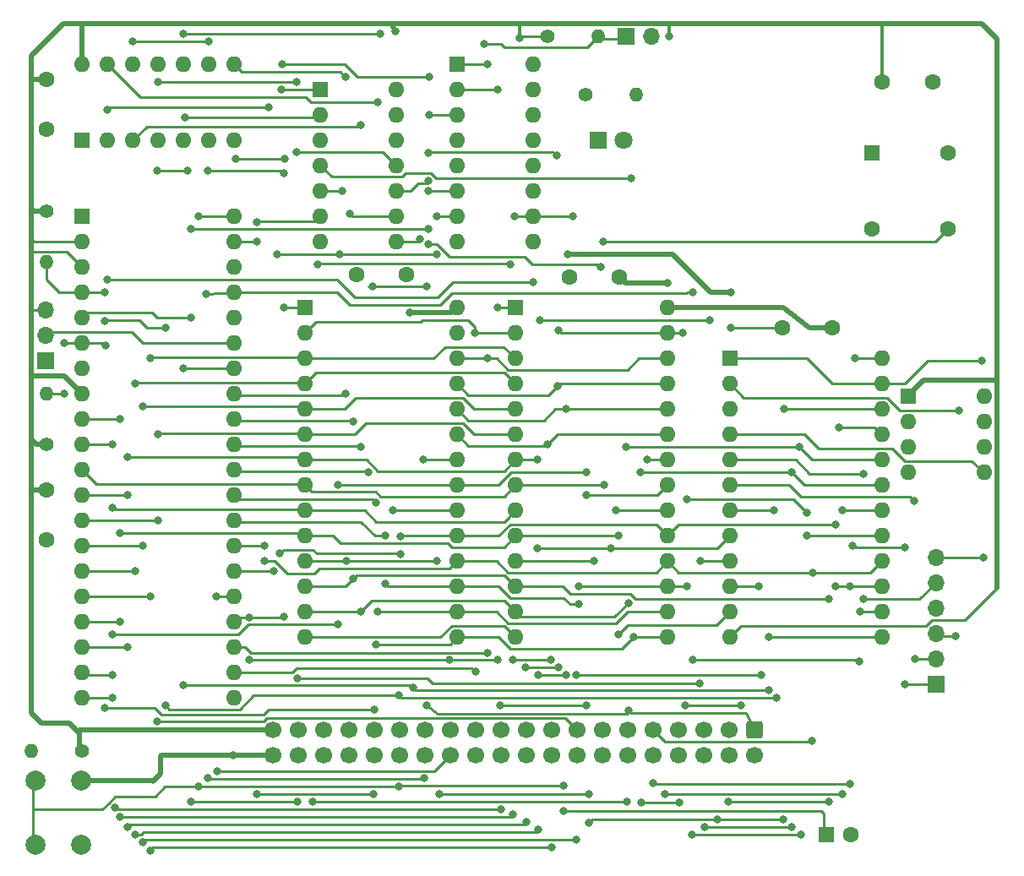
<source format=gbl>
%TF.GenerationSoftware,KiCad,Pcbnew,7.0.2-0*%
%TF.CreationDate,2023-05-22T09:33:56+09:00*%
%TF.ProjectId,SBC6808_Rev5,53424336-3830-4385-9f52-6576352e6b69,Rev5*%
%TF.SameCoordinates,PX3e22018PY9119050*%
%TF.FileFunction,Copper,L2,Bot*%
%TF.FilePolarity,Positive*%
%FSLAX46Y46*%
G04 Gerber Fmt 4.6, Leading zero omitted, Abs format (unit mm)*
G04 Created by KiCad (PCBNEW 7.0.2-0) date 2023-05-22 09:33:56*
%MOMM*%
%LPD*%
G01*
G04 APERTURE LIST*
G04 Aperture macros list*
%AMRoundRect*
0 Rectangle with rounded corners*
0 $1 Rounding radius*
0 $2 $3 $4 $5 $6 $7 $8 $9 X,Y pos of 4 corners*
0 Add a 4 corners polygon primitive as box body*
4,1,4,$2,$3,$4,$5,$6,$7,$8,$9,$2,$3,0*
0 Add four circle primitives for the rounded corners*
1,1,$1+$1,$2,$3*
1,1,$1+$1,$4,$5*
1,1,$1+$1,$6,$7*
1,1,$1+$1,$8,$9*
0 Add four rect primitives between the rounded corners*
20,1,$1+$1,$2,$3,$4,$5,0*
20,1,$1+$1,$4,$5,$6,$7,0*
20,1,$1+$1,$6,$7,$8,$9,0*
20,1,$1+$1,$8,$9,$2,$3,0*%
G04 Aperture macros list end*
%TA.AperFunction,ComponentPad*%
%ADD10C,1.400000*%
%TD*%
%TA.AperFunction,ComponentPad*%
%ADD11O,1.400000X1.400000*%
%TD*%
%TA.AperFunction,ComponentPad*%
%ADD12R,1.800000X1.800000*%
%TD*%
%TA.AperFunction,ComponentPad*%
%ADD13C,1.800000*%
%TD*%
%TA.AperFunction,ComponentPad*%
%ADD14RoundRect,0.250000X-0.600000X0.600000X-0.600000X-0.600000X0.600000X-0.600000X0.600000X0.600000X0*%
%TD*%
%TA.AperFunction,ComponentPad*%
%ADD15C,1.700000*%
%TD*%
%TA.AperFunction,ComponentPad*%
%ADD16R,1.600000X1.600000*%
%TD*%
%TA.AperFunction,ComponentPad*%
%ADD17O,1.600000X1.600000*%
%TD*%
%TA.AperFunction,ComponentPad*%
%ADD18C,1.600000*%
%TD*%
%TA.AperFunction,ComponentPad*%
%ADD19C,2.000000*%
%TD*%
%TA.AperFunction,ComponentPad*%
%ADD20R,1.700000X1.700000*%
%TD*%
%TA.AperFunction,ComponentPad*%
%ADD21O,1.700000X1.700000*%
%TD*%
%TA.AperFunction,ViaPad*%
%ADD22C,0.800000*%
%TD*%
%TA.AperFunction,Conductor*%
%ADD23C,0.250000*%
%TD*%
%TA.AperFunction,Conductor*%
%ADD24C,0.500000*%
%TD*%
%TA.AperFunction,Conductor*%
%ADD25C,0.380000*%
%TD*%
G04 APERTURE END LIST*
D10*
%TO.P,R5,1*%
%TO.N,/~{A000}*%
X66197000Y84328000D03*
D11*
%TO.P,R5,2*%
%TO.N,Net-(D1-A)*%
X71277000Y84328000D03*
%TD*%
D12*
%TO.P,D1,1,K*%
%TO.N,GND*%
X67467000Y79756000D03*
D13*
%TO.P,D1,2,A*%
%TO.N,Net-(D1-A)*%
X70007000Y79756000D03*
%TD*%
D10*
%TO.P,R2,1*%
%TO.N,VCC*%
X12192000Y72644000D03*
D11*
%TO.P,R2,2*%
%TO.N,/~{IRQ}*%
X12192000Y67564000D03*
%TD*%
D14*
%TO.P,J1,1,Pin_1*%
%TO.N,/~{RD}*%
X83121500Y20701000D03*
D15*
%TO.P,J1,2,Pin_2*%
%TO.N,/~{WR}*%
X83121500Y18161000D03*
%TO.P,J1,3,Pin_3*%
%TO.N,/CD0*%
X80581500Y20701000D03*
%TO.P,J1,4,Pin_4*%
%TO.N,/CD1*%
X80581500Y18161000D03*
%TO.P,J1,5,Pin_5*%
%TO.N,/CD2*%
X78041500Y20701000D03*
%TO.P,J1,6,Pin_6*%
%TO.N,/CD3*%
X78041500Y18161000D03*
%TO.P,J1,7,Pin_7*%
%TO.N,/CD4*%
X75501500Y20701000D03*
%TO.P,J1,8,Pin_8*%
%TO.N,/CD5*%
X75501500Y18161000D03*
%TO.P,J1,9,Pin_9*%
%TO.N,/CD6*%
X72961500Y20701000D03*
%TO.P,J1,10,Pin_10*%
%TO.N,/CD7*%
X72961500Y18161000D03*
%TO.P,J1,11,Pin_11*%
%TO.N,/A0*%
X70421500Y20701000D03*
%TO.P,J1,12,Pin_12*%
%TO.N,/A1*%
X70421500Y18161000D03*
%TO.P,J1,13,Pin_13*%
%TO.N,/A2*%
X67881500Y20701000D03*
%TO.P,J1,14,Pin_14*%
%TO.N,/A3*%
X67881500Y18161000D03*
%TO.P,J1,15,Pin_15*%
%TO.N,/A4*%
X65341500Y20701000D03*
%TO.P,J1,16,Pin_16*%
%TO.N,/A5*%
X65341500Y18161000D03*
%TO.P,J1,17,Pin_17*%
%TO.N,/A6*%
X62801500Y20701000D03*
%TO.P,J1,18,Pin_18*%
%TO.N,/A7*%
X62801500Y18161000D03*
%TO.P,J1,19,Pin_19*%
%TO.N,/A8*%
X60261500Y20701000D03*
%TO.P,J1,20,Pin_20*%
%TO.N,/A9*%
X60261500Y18161000D03*
%TO.P,J1,21,Pin_21*%
%TO.N,/A10*%
X57721500Y20701000D03*
%TO.P,J1,22,Pin_22*%
%TO.N,/A11*%
X57721500Y18161000D03*
%TO.P,J1,23,Pin_23*%
%TO.N,/A12*%
X55181500Y20701000D03*
%TO.P,J1,24,Pin_24*%
%TO.N,/A13*%
X55181500Y18161000D03*
%TO.P,J1,25,Pin_25*%
%TO.N,/A14*%
X52641500Y20701000D03*
%TO.P,J1,26,Pin_26*%
%TO.N,/A15*%
X52641500Y18161000D03*
%TO.P,J1,27,Pin_27*%
%TO.N,/R~{W}*%
X50101500Y20701000D03*
%TO.P,J1,28,Pin_28*%
%TO.N,/E*%
X50101500Y18161000D03*
%TO.P,J1,29,Pin_29*%
%TO.N,/~{IRQ}*%
X47561500Y20701000D03*
%TO.P,J1,30,Pin_30*%
%TO.N,/~{RES}*%
X47561500Y18161000D03*
%TO.P,J1,31,Pin_31*%
%TO.N,/~{NMI}*%
X45021500Y20701000D03*
%TO.P,J1,32,Pin_32*%
%TO.N,/MCLK*%
X45021500Y18161000D03*
%TO.P,J1,33,Pin_33*%
%TO.N,/~{E000}*%
X42481500Y20701000D03*
%TO.P,J1,34,Pin_34*%
%TO.N,unconnected-(J1-Pin_34-Pad34)*%
X42481500Y18161000D03*
%TO.P,J1,35,Pin_35*%
%TO.N,/~{A000}*%
X39941500Y20701000D03*
%TO.P,J1,36,Pin_36*%
%TO.N,unconnected-(J1-Pin_36-Pad36)*%
X39941500Y18161000D03*
%TO.P,J1,37,Pin_37*%
%TO.N,/~{8000}*%
X37401500Y20701000D03*
%TO.P,J1,38,Pin_38*%
%TO.N,/VMA*%
X37401500Y18161000D03*
%TO.P,J1,39,Pin_39*%
%TO.N,VCC*%
X34861500Y20701000D03*
%TO.P,J1,40,Pin_40*%
%TO.N,GND*%
X34861500Y18161000D03*
%TD*%
D10*
%TO.P,R3,1*%
%TO.N,VCC*%
X15748000Y18542000D03*
D11*
%TO.P,R3,2*%
%TO.N,/~{RES}*%
X10668000Y18542000D03*
%TD*%
D16*
%TO.P,U2,1*%
%TO.N,/~{C000}*%
X15748000Y79756000D03*
D17*
%TO.P,U2,2*%
%TO.N,/~{E000}*%
X18288000Y79756000D03*
%TO.P,U2,3*%
%TO.N,Net-(U7-~{CE})*%
X20828000Y79756000D03*
%TO.P,U2,4*%
%TO.N,/VMA*%
X23368000Y79756000D03*
%TO.P,U2,5*%
%TO.N,Net-(U1-Pad2)*%
X25908000Y79756000D03*
%TO.P,U2,6*%
%TO.N,Net-(U1-Pad3)*%
X28448000Y79756000D03*
%TO.P,U2,7,GND*%
%TO.N,GND*%
X30988000Y79756000D03*
%TO.P,U2,8*%
%TO.N,Net-(U1-Pad9)*%
X30988000Y87376000D03*
%TO.P,U2,9*%
%TO.N,/E*%
X28448000Y87376000D03*
%TO.P,U2,10*%
%TO.N,/R~{W}*%
X25908000Y87376000D03*
%TO.P,U2,11*%
%TO.N,Net-(U1-Pad11)*%
X23368000Y87376000D03*
%TO.P,U2,12*%
%TO.N,/E*%
X20828000Y87376000D03*
%TO.P,U2,13*%
%TO.N,Net-(U1-Pad12)*%
X18288000Y87376000D03*
%TO.P,U2,14,VCC*%
%TO.N,VCC*%
X15748000Y87376000D03*
%TD*%
D16*
%TO.P,U5,1,A0*%
%TO.N,/A13*%
X53340000Y87376000D03*
D17*
%TO.P,U5,2,A1*%
%TO.N,/A14*%
X53340000Y84836000D03*
%TO.P,U5,3,A2*%
%TO.N,/A15*%
X53340000Y82296000D03*
%TO.P,U5,4,E1*%
%TO.N,GND*%
X53340000Y79756000D03*
%TO.P,U5,5,E2*%
X53340000Y77216000D03*
%TO.P,U5,6,E3*%
%TO.N,/VMA*%
X53340000Y74676000D03*
%TO.P,U5,7,O7*%
%TO.N,/~{E000}*%
X53340000Y72136000D03*
%TO.P,U5,8,GND*%
%TO.N,GND*%
X53340000Y69596000D03*
%TO.P,U5,9,O6*%
%TO.N,/~{C000}*%
X60960000Y69596000D03*
%TO.P,U5,10,O5*%
%TO.N,/~{A000}*%
X60960000Y72136000D03*
%TO.P,U5,11,O4*%
%TO.N,/~{8000}*%
X60960000Y74676000D03*
%TO.P,U5,12,O3*%
%TO.N,unconnected-(U5-O3-Pad12)*%
X60960000Y77216000D03*
%TO.P,U5,13,O2*%
%TO.N,unconnected-(U5-O2-Pad13)*%
X60960000Y79756000D03*
%TO.P,U5,14,O1*%
%TO.N,unconnected-(U5-O1-Pad14)*%
X60960000Y82296000D03*
%TO.P,U5,15,O0*%
%TO.N,unconnected-(U5-O0-Pad15)*%
X60960000Y84836000D03*
%TO.P,U5,16,VCC*%
%TO.N,VCC*%
X60960000Y87376000D03*
%TD*%
D16*
%TO.P,U4,1,VSS*%
%TO.N,GND*%
X15748000Y72136000D03*
D17*
%TO.P,U4,2,~{HALT}*%
%TO.N,VCC*%
X15748000Y69596000D03*
%TO.P,U4,3,MR*%
X15748000Y67056000D03*
%TO.P,U4,4,~{IRQ}*%
%TO.N,/~{IRQ}*%
X15748000Y64516000D03*
%TO.P,U4,5,VMA*%
%TO.N,/VMA*%
X15748000Y61976000D03*
%TO.P,U4,6,~{NMI}*%
%TO.N,/~{NMI}*%
X15748000Y59436000D03*
%TO.P,U4,7,BA*%
%TO.N,unconnected-(U4-BA-Pad7)*%
X15748000Y56896000D03*
%TO.P,U4,8,VCC*%
%TO.N,VCC*%
X15748000Y54356000D03*
%TO.P,U4,9,A0*%
%TO.N,/A0*%
X15748000Y51816000D03*
%TO.P,U4,10,A1*%
%TO.N,/A1*%
X15748000Y49276000D03*
%TO.P,U4,11,A2*%
%TO.N,/A2*%
X15748000Y46736000D03*
%TO.P,U4,12,A3*%
%TO.N,/A3*%
X15748000Y44196000D03*
%TO.P,U4,13,A4*%
%TO.N,/A4*%
X15748000Y41656000D03*
%TO.P,U4,14,A5*%
%TO.N,/A5*%
X15748000Y39116000D03*
%TO.P,U4,15,A6*%
%TO.N,/A6*%
X15748000Y36576000D03*
%TO.P,U4,16,A7*%
%TO.N,/A7*%
X15748000Y34036000D03*
%TO.P,U4,17,A8*%
%TO.N,/A8*%
X15748000Y31496000D03*
%TO.P,U4,18,A9*%
%TO.N,/A9*%
X15748000Y28956000D03*
%TO.P,U4,19,A10*%
%TO.N,/A10*%
X15748000Y26416000D03*
%TO.P,U4,20,A11*%
%TO.N,/A11*%
X15748000Y23876000D03*
%TO.P,U4,21,VSS*%
%TO.N,GND*%
X30988000Y23876000D03*
%TO.P,U4,22,A12*%
%TO.N,/A12*%
X30988000Y26416000D03*
%TO.P,U4,23,A13*%
%TO.N,/A13*%
X30988000Y28956000D03*
%TO.P,U4,24,A14*%
%TO.N,/A14*%
X30988000Y31496000D03*
%TO.P,U4,25,A15*%
%TO.N,/A15*%
X30988000Y34036000D03*
%TO.P,U4,26,D7*%
%TO.N,/CD7*%
X30988000Y36576000D03*
%TO.P,U4,27,D6*%
%TO.N,/CD6*%
X30988000Y39116000D03*
%TO.P,U4,28,D5*%
%TO.N,/CD5*%
X30988000Y41656000D03*
%TO.P,U4,29,D4*%
%TO.N,/CD4*%
X30988000Y44196000D03*
%TO.P,U4,30,D3*%
%TO.N,/CD3*%
X30988000Y46736000D03*
%TO.P,U4,31,D2*%
%TO.N,/CD2*%
X30988000Y49276000D03*
%TO.P,U4,32,D1*%
%TO.N,/CD1*%
X30988000Y51816000D03*
%TO.P,U4,33,D0*%
%TO.N,/CD0*%
X30988000Y54356000D03*
%TO.P,U4,34,R/~{W}*%
%TO.N,/R~{W}*%
X30988000Y56896000D03*
%TO.P,U4,35,N.C.*%
%TO.N,Net-(JP1-C)*%
X30988000Y59436000D03*
%TO.P,U4,36,RE*%
%TO.N,GND*%
X30988000Y61976000D03*
%TO.P,U4,37,E*%
%TO.N,/E*%
X30988000Y64516000D03*
%TO.P,U4,38,XTAL*%
%TO.N,GND*%
X30988000Y67056000D03*
%TO.P,U4,39,EXTAL*%
%TO.N,/MCLK*%
X30988000Y69596000D03*
%TO.P,U4,40,~{RESET}*%
%TO.N,/~{RES}*%
X30988000Y72136000D03*
%TD*%
D16*
%TO.P,U7,1,A14*%
%TO.N,/A14*%
X38100000Y62992000D03*
D17*
%TO.P,U7,2,A12*%
%TO.N,/A12*%
X38100000Y60452000D03*
%TO.P,U7,3,A7*%
%TO.N,/A7*%
X38100000Y57912000D03*
%TO.P,U7,4,A6*%
%TO.N,/A6*%
X38100000Y55372000D03*
%TO.P,U7,5,A5*%
%TO.N,/A5*%
X38100000Y52832000D03*
%TO.P,U7,6,A4*%
%TO.N,/A4*%
X38100000Y50292000D03*
%TO.P,U7,7,A3*%
%TO.N,/A3*%
X38100000Y47752000D03*
%TO.P,U7,8,A2*%
%TO.N,/A2*%
X38100000Y45212000D03*
%TO.P,U7,9,A1*%
%TO.N,/A1*%
X38100000Y42672000D03*
%TO.P,U7,10,A0*%
%TO.N,/A0*%
X38100000Y40132000D03*
%TO.P,U7,11,D0*%
%TO.N,/CD0*%
X38100000Y37592000D03*
%TO.P,U7,12,D1*%
%TO.N,/CD1*%
X38100000Y35052000D03*
%TO.P,U7,13,D2*%
%TO.N,/CD2*%
X38100000Y32512000D03*
%TO.P,U7,14,GND*%
%TO.N,GND*%
X38100000Y29972000D03*
%TO.P,U7,15,D3*%
%TO.N,/CD3*%
X53340000Y29972000D03*
%TO.P,U7,16,D4*%
%TO.N,/CD4*%
X53340000Y32512000D03*
%TO.P,U7,17,D5*%
%TO.N,/CD5*%
X53340000Y35052000D03*
%TO.P,U7,18,D6*%
%TO.N,/CD6*%
X53340000Y37592000D03*
%TO.P,U7,19,D7*%
%TO.N,/CD7*%
X53340000Y40132000D03*
%TO.P,U7,20,~{CE}*%
%TO.N,Net-(U7-~{CE})*%
X53340000Y42672000D03*
%TO.P,U7,21,A10*%
%TO.N,/A10*%
X53340000Y45212000D03*
%TO.P,U7,22,~{OE}*%
%TO.N,/~{RD}*%
X53340000Y47752000D03*
%TO.P,U7,23,A11*%
%TO.N,/A11*%
X53340000Y50292000D03*
%TO.P,U7,24,A9*%
%TO.N,/A9*%
X53340000Y52832000D03*
%TO.P,U7,25,A8*%
%TO.N,/A8*%
X53340000Y55372000D03*
%TO.P,U7,26,A13*%
%TO.N,/A13*%
X53340000Y57912000D03*
%TO.P,U7,27,VPP*%
%TO.N,Net-(J3-Pin_1)*%
X53340000Y60452000D03*
%TO.P,U7,28,VCC*%
%TO.N,VCC*%
X53340000Y62992000D03*
%TD*%
D16*
%TO.P,U8,1,A14*%
%TO.N,/A14*%
X59182000Y62992000D03*
D17*
%TO.P,U8,2,A12*%
%TO.N,/A12*%
X59182000Y60452000D03*
%TO.P,U8,3,A7*%
%TO.N,/A7*%
X59182000Y57912000D03*
%TO.P,U8,4,A6*%
%TO.N,/A6*%
X59182000Y55372000D03*
%TO.P,U8,5,A5*%
%TO.N,/A5*%
X59182000Y52832000D03*
%TO.P,U8,6,A4*%
%TO.N,/A4*%
X59182000Y50292000D03*
%TO.P,U8,7,A3*%
%TO.N,/A3*%
X59182000Y47752000D03*
%TO.P,U8,8,A2*%
%TO.N,/A2*%
X59182000Y45212000D03*
%TO.P,U8,9,A1*%
%TO.N,/A1*%
X59182000Y42672000D03*
%TO.P,U8,10,A0*%
%TO.N,/A0*%
X59182000Y40132000D03*
%TO.P,U8,11,Q0*%
%TO.N,/CD0*%
X59182000Y37592000D03*
%TO.P,U8,12,Q1*%
%TO.N,/CD1*%
X59182000Y35052000D03*
%TO.P,U8,13,Q2*%
%TO.N,/CD2*%
X59182000Y32512000D03*
%TO.P,U8,14,GND*%
%TO.N,GND*%
X59182000Y29972000D03*
%TO.P,U8,15,Q3*%
%TO.N,/CD3*%
X74422000Y29972000D03*
%TO.P,U8,16,Q4*%
%TO.N,/CD4*%
X74422000Y32512000D03*
%TO.P,U8,17,Q5*%
%TO.N,/CD5*%
X74422000Y35052000D03*
%TO.P,U8,18,Q6*%
%TO.N,/CD6*%
X74422000Y37592000D03*
%TO.P,U8,19,Q7*%
%TO.N,/CD7*%
X74422000Y40132000D03*
%TO.P,U8,20,~{CS}*%
%TO.N,Net-(U8-~{CS})*%
X74422000Y42672000D03*
%TO.P,U8,21,A10*%
%TO.N,/A10*%
X74422000Y45212000D03*
%TO.P,U8,22,~{OE}*%
%TO.N,/~{RD}*%
X74422000Y47752000D03*
%TO.P,U8,23,A11*%
%TO.N,/A11*%
X74422000Y50292000D03*
%TO.P,U8,24,A9*%
%TO.N,/A9*%
X74422000Y52832000D03*
%TO.P,U8,25,A8*%
%TO.N,/A8*%
X74422000Y55372000D03*
%TO.P,U8,26,A13*%
%TO.N,/A13*%
X74422000Y57912000D03*
%TO.P,U8,27,~{WE}*%
%TO.N,/~{WR}*%
X74422000Y60452000D03*
%TO.P,U8,28,VCC*%
%TO.N,VCC*%
X74422000Y62992000D03*
%TD*%
D16*
%TO.P,U6,1,VSS*%
%TO.N,GND*%
X80645000Y57912000D03*
D17*
%TO.P,U6,2,Rx_Data*%
%TO.N,/RXD*%
X80645000Y55372000D03*
%TO.P,U6,3,Rx_CLK*%
%TO.N,Net-(U3-RA2)*%
X80645000Y52832000D03*
%TO.P,U6,4,Tx_CLK*%
X80645000Y50292000D03*
%TO.P,U6,5,~{RTS}*%
%TO.N,/RTS*%
X80645000Y47752000D03*
%TO.P,U6,6,Tx_Data*%
%TO.N,/TXD*%
X80645000Y45212000D03*
%TO.P,U6,7,~{IRQ}*%
%TO.N,/~{IRQ}*%
X80645000Y42672000D03*
%TO.P,U6,8,CS0*%
%TO.N,/A3*%
X80645000Y40132000D03*
%TO.P,U6,9,~{CS2}*%
%TO.N,/~{8000}*%
X80645000Y37592000D03*
%TO.P,U6,10,CS1*%
%TO.N,/A4*%
X80645000Y35052000D03*
%TO.P,U6,11,RS*%
%TO.N,/A0*%
X80645000Y32512000D03*
%TO.P,U6,12,VCC*%
%TO.N,VCC*%
X80645000Y29972000D03*
%TO.P,U6,13,R/~{W}*%
%TO.N,/R~{W}*%
X95885000Y29972000D03*
%TO.P,U6,14,E*%
%TO.N,/E*%
X95885000Y32512000D03*
%TO.P,U6,15,D7*%
%TO.N,/CD7*%
X95885000Y35052000D03*
%TO.P,U6,16,D6*%
%TO.N,/CD6*%
X95885000Y37592000D03*
%TO.P,U6,17,D5*%
%TO.N,/CD5*%
X95885000Y40132000D03*
%TO.P,U6,18,D4*%
%TO.N,/CD4*%
X95885000Y42672000D03*
%TO.P,U6,19,D3*%
%TO.N,/CD3*%
X95885000Y45212000D03*
%TO.P,U6,20,D2*%
%TO.N,/CD2*%
X95885000Y47752000D03*
%TO.P,U6,21,D1*%
%TO.N,/CD1*%
X95885000Y50292000D03*
%TO.P,U6,22,D0*%
%TO.N,/CD0*%
X95885000Y52832000D03*
%TO.P,U6,23,~{DCD}*%
%TO.N,GND*%
X95885000Y55372000D03*
%TO.P,U6,24,~{CTS}*%
%TO.N,/CTS*%
X95885000Y57912000D03*
%TD*%
D10*
%TO.P,R1,1*%
%TO.N,VCC*%
X12192000Y49276000D03*
D11*
%TO.P,R1,2*%
%TO.N,/~{NMI}*%
X12192000Y54356000D03*
%TD*%
D18*
%TO.P,C2,1*%
%TO.N,VCC*%
X12192000Y85852000D03*
%TO.P,C2,2*%
%TO.N,GND*%
X12192000Y80852000D03*
%TD*%
%TO.P,C3,1*%
%TO.N,VCC*%
X90932000Y60960000D03*
%TO.P,C3,2*%
%TO.N,GND*%
X85932000Y60960000D03*
%TD*%
%TO.P,C4,1*%
%TO.N,VCC*%
X48260000Y66294000D03*
%TO.P,C4,2*%
%TO.N,GND*%
X43260000Y66294000D03*
%TD*%
%TO.P,C5,1*%
%TO.N,VCC*%
X69596000Y66040000D03*
%TO.P,C5,2*%
%TO.N,GND*%
X64596000Y66040000D03*
%TD*%
%TO.P,C7,1*%
%TO.N,VCC*%
X12192000Y44704000D03*
%TO.P,C7,2*%
%TO.N,GND*%
X12192000Y39704000D03*
%TD*%
%TO.P,C6,1*%
%TO.N,VCC*%
X95955000Y85598000D03*
%TO.P,C6,2*%
%TO.N,GND*%
X100955000Y85598000D03*
%TD*%
D19*
%TO.P,SW1,1,1*%
%TO.N,GND*%
X15621000Y15621000D03*
X15621000Y9121000D03*
%TO.P,SW1,2,2*%
%TO.N,/~{RES}*%
X11121000Y15621000D03*
X11121000Y9121000D03*
%TD*%
D16*
%TO.P,C1,1*%
%TO.N,/~{RES}*%
X90297000Y10160000D03*
D18*
%TO.P,C1,2*%
%TO.N,GND*%
X92797000Y10160000D03*
%TD*%
D16*
%TO.P,X1,1,EN*%
%TO.N,unconnected-(X1-EN-Pad1)*%
X94899000Y78486000D03*
D18*
%TO.P,X1,4,GND*%
%TO.N,GND*%
X94899000Y70866000D03*
%TO.P,X1,5,OUT*%
%TO.N,Net-(X1-OUT)*%
X102519000Y70866000D03*
%TO.P,X1,8,Vcc*%
%TO.N,VCC*%
X102519000Y78486000D03*
%TD*%
D20*
%TO.P,JP1,1,A*%
%TO.N,GND*%
X12065000Y57658000D03*
D21*
%TO.P,JP1,2,C*%
%TO.N,Net-(JP1-C)*%
X12065000Y60198000D03*
%TO.P,JP1,3,B*%
%TO.N,VCC*%
X12065000Y62738000D03*
%TD*%
D16*
%TO.P,U3,1,VDD*%
%TO.N,VCC*%
X98552000Y54102000D03*
D17*
%TO.P,U3,2,RA5*%
%TO.N,unconnected-(U3-RA5-Pad2)*%
X98552000Y51562000D03*
%TO.P,U3,3,RA4*%
%TO.N,unconnected-(U3-RA4-Pad3)*%
X98552000Y49022000D03*
%TO.P,U3,4,RA3*%
%TO.N,unconnected-(U3-RA3-Pad4)*%
X98552000Y46482000D03*
%TO.P,U3,5,RA2*%
%TO.N,Net-(U3-RA2)*%
X106172000Y46482000D03*
%TO.P,U3,6,RA1*%
%TO.N,unconnected-(U3-RA1-Pad6)*%
X106172000Y49022000D03*
%TO.P,U3,7,RA0*%
%TO.N,unconnected-(U3-RA0-Pad7)*%
X106172000Y51562000D03*
%TO.P,U3,8,VSS*%
%TO.N,GND*%
X106172000Y54102000D03*
%TD*%
D20*
%TO.P,J3,1,Pin_1*%
%TO.N,Net-(J3-Pin_1)*%
X70256000Y90170000D03*
D21*
%TO.P,J3,2,Pin_2*%
%TO.N,/~{WR}*%
X72796000Y90170000D03*
%TD*%
D16*
%TO.P,U1,1*%
%TO.N,/A15*%
X39634000Y84841000D03*
D17*
%TO.P,U1,2*%
%TO.N,Net-(U1-Pad2)*%
X39634000Y82301000D03*
%TO.P,U1,3*%
%TO.N,Net-(U1-Pad3)*%
X39634000Y79761000D03*
%TO.P,U1,4*%
%TO.N,Net-(U8-~{CS})*%
X39634000Y77221000D03*
%TO.P,U1,5*%
%TO.N,Net-(X1-OUT)*%
X39634000Y74681000D03*
%TO.P,U1,6*%
%TO.N,/MCLK*%
X39634000Y72141000D03*
%TO.P,U1,7,GND*%
%TO.N,GND*%
X39634000Y69601000D03*
%TO.P,U1,8*%
%TO.N,/~{RD}*%
X47254000Y69601000D03*
%TO.P,U1,9*%
%TO.N,Net-(U1-Pad9)*%
X47254000Y72141000D03*
%TO.P,U1,10*%
%TO.N,/~{WR}*%
X47254000Y74681000D03*
%TO.P,U1,11*%
%TO.N,Net-(U1-Pad11)*%
X47254000Y77221000D03*
%TO.P,U1,12*%
%TO.N,Net-(U1-Pad12)*%
X47254000Y79761000D03*
%TO.P,U1,13*%
%TO.N,/R~{W}*%
X47254000Y82301000D03*
%TO.P,U1,14,VCC*%
%TO.N,VCC*%
X47254000Y84841000D03*
%TD*%
D10*
%TO.P,R4,1*%
%TO.N,VCC*%
X62387000Y90170000D03*
D11*
%TO.P,R4,2*%
%TO.N,Net-(J3-Pin_1)*%
X67467000Y90170000D03*
%TD*%
D20*
%TO.P,J2,1,Pin_1*%
%TO.N,/CTS*%
X101295200Y25273000D03*
D21*
%TO.P,J2,2,Pin_2*%
%TO.N,/TXD*%
X101295200Y27813000D03*
%TO.P,J2,3,Pin_3*%
%TO.N,/RXD*%
X101295200Y30353000D03*
%TO.P,J2,4,Pin_4*%
%TO.N,unconnected-(J2-Pin_4-Pad4)*%
X101295200Y32893000D03*
%TO.P,J2,5,Pin_5*%
%TO.N,/RTS*%
X101295200Y35433000D03*
%TO.P,J2,6,Pin_6*%
%TO.N,GND*%
X101295200Y37973000D03*
%TD*%
D22*
%TO.N,/~{A000}*%
X64927000Y72136000D03*
%TO.N,GND*%
X106045000Y37973000D03*
X30861000Y18161000D03*
X105918000Y57658000D03*
X80772000Y60960000D03*
X80772000Y64516000D03*
X64419000Y68326000D03*
%TO.N,VCC*%
X59603947Y90025366D03*
X47147000Y90678000D03*
X48592500Y62521500D03*
X74422000Y65443990D03*
X74579000Y90170000D03*
%TO.N,/CD0*%
X42200990Y37592000D03*
X51562000Y14224000D03*
X79405000Y11684000D03*
X86009000Y11684000D03*
X66548000Y14224000D03*
X66548000Y11339990D03*
X86106000Y52832000D03*
X67056000Y37592000D03*
X42164000Y54356000D03*
X51308000Y37592000D03*
%TO.N,/CD2*%
X87787000Y10160000D03*
X87630000Y49022000D03*
X76839940Y10160000D03*
X43688000Y32512000D03*
X70261000Y49022000D03*
X43688000Y49022000D03*
X70476995Y33405137D03*
%TO.N,/CD4*%
X45212000Y43434000D03*
X91971354Y14224000D03*
X45369000Y32512000D03*
X74168000Y14224000D03*
X91948000Y42672000D03*
%TO.N,/CD6*%
X89009001Y36466999D03*
X34036000Y39116000D03*
X88900000Y19558000D03*
X33998500Y37592000D03*
%TO.N,/A0*%
X69461500Y30226000D03*
X19558000Y51816000D03*
X19558000Y40386000D03*
X69499000Y40132000D03*
%TO.N,/A2*%
X68072000Y45212000D03*
%TO.N,/A4*%
X23368000Y41656000D03*
X23368000Y50292000D03*
X83820000Y26162000D03*
X83566000Y35052000D03*
X23287665Y21551010D03*
X65278000Y26162000D03*
%TO.N,/A6*%
X21082000Y36576000D03*
X21082000Y55372000D03*
X61468000Y10668000D03*
X21082000Y10160000D03*
%TO.N,/A8*%
X58909329Y12192000D03*
X63500000Y26924000D03*
X19558000Y31496000D03*
X63419205Y55154990D03*
X19558000Y11938000D03*
X60198000Y26924000D03*
%TO.N,/A10*%
X57658000Y23114000D03*
X41402000Y45262020D03*
X41402000Y31242000D03*
X66294000Y46482000D03*
X18796000Y30226000D03*
X66294000Y23114000D03*
X66294000Y44196000D03*
X18796000Y26162000D03*
%TO.N,/A12*%
X55181500Y26479500D03*
X55118000Y60452000D03*
%TO.N,/A14*%
X52578000Y27686000D03*
X57404000Y62992000D03*
X57404000Y84836000D03*
X35971000Y32004000D03*
X57404000Y27686000D03*
X32512000Y31967010D03*
X35971000Y62992000D03*
X32512000Y27686000D03*
%TO.N,/CD1*%
X80518000Y13462000D03*
X90581000Y33782000D03*
X91607535Y51017010D03*
X42926000Y51562000D03*
X90581000Y13462000D03*
X42926000Y35814000D03*
%TO.N,/CD3*%
X86868000Y10922000D03*
X45198291Y29246990D03*
X86868000Y46482000D03*
X44450000Y46482000D03*
X71664990Y46482000D03*
X71023000Y29972000D03*
X78135000Y10963372D03*
%TO.N,/CD5*%
X46117497Y40132000D03*
X75565000Y13425010D03*
X65532000Y35052000D03*
X46131000Y35292488D03*
X88392000Y40132000D03*
X65532000Y33274000D03*
X76327000Y43815000D03*
X76327000Y35052000D03*
X71786499Y13425010D03*
X88392000Y42418000D03*
%TO.N,/CD7*%
X47655000Y40094500D03*
X91222990Y35052000D03*
X47655000Y38316500D03*
X72961500Y15303500D03*
X35560000Y38354000D03*
X34955000Y36576000D03*
X92710000Y15240000D03*
X91222990Y41213456D03*
X92710000Y35052000D03*
%TO.N,/A1*%
X18796000Y49276000D03*
X18796000Y42926000D03*
X70358000Y13462000D03*
X38862000Y13462000D03*
%TO.N,/A3*%
X61371000Y38862000D03*
X20320000Y44196000D03*
X61371000Y47752000D03*
X20320000Y48006000D03*
X68737000Y38862000D03*
%TO.N,/A5*%
X21844000Y53086000D03*
X65278000Y9652000D03*
X21844000Y9398000D03*
X21844000Y39116000D03*
%TO.N,/A7*%
X62801500Y8890000D03*
X22606000Y34036000D03*
X22606000Y57912000D03*
X22571428Y8601428D03*
%TO.N,/A9*%
X20320000Y10922000D03*
X64262000Y52832000D03*
X64262000Y26162000D03*
X61468000Y26162000D03*
X20320000Y28956000D03*
X60261500Y11430000D03*
%TO.N,/A11*%
X62387000Y49276000D03*
X57721500Y12736990D03*
X18796000Y23876000D03*
X62738000Y27686000D03*
X19031412Y12926472D03*
X58928000Y27686000D03*
%TO.N,/A13*%
X56388000Y57912000D03*
X56388000Y87376000D03*
X56388000Y28411010D03*
%TO.N,/A15*%
X50546000Y86106000D03*
X35814000Y87376000D03*
X29261387Y16546752D03*
X50546000Y82296000D03*
X35717000Y84836000D03*
X31145000Y77940500D03*
X29210000Y34036000D03*
X36031010Y77941010D03*
%TO.N,/E*%
X76962000Y27686000D03*
X76962000Y64516000D03*
X93726000Y32512000D03*
X28194000Y64389000D03*
X28321000Y15875000D03*
X20828000Y89662000D03*
X50014598Y15838010D03*
X28448000Y89662000D03*
X93599000Y27559000D03*
%TO.N,/VMA*%
X23271000Y76708000D03*
X26670000Y61976000D03*
X50449000Y74676000D03*
X26319000Y76708000D03*
X50449000Y70866000D03*
X37338000Y13462000D03*
X26670000Y13462000D03*
X26670000Y70866000D03*
%TO.N,/CTS*%
X98171000Y38989000D03*
X98171000Y25273000D03*
X93218000Y57912000D03*
X92964000Y39116000D03*
%TO.N,/TXD*%
X99118840Y43619840D03*
X99187000Y27813000D03*
%TO.N,/RXD*%
X103251000Y30099000D03*
X103650999Y52723999D03*
%TO.N,/RTS*%
X94089001Y33799999D03*
X94089001Y46337001D03*
%TO.N,Net-(U1-Pad9)*%
X42164000Y86106000D03*
X42575000Y72390000D03*
%TO.N,Net-(U1-Pad12)*%
X45369000Y83566000D03*
%TO.N,Net-(U1-Pad2)*%
X26065000Y82042000D03*
%TO.N,Net-(U1-Pad11)*%
X37241000Y78594001D03*
X23368000Y85598000D03*
X37241000Y85598000D03*
%TO.N,/~{RES}*%
X64008000Y15113000D03*
X27432000Y14986000D03*
X47498000Y14986000D03*
X64008000Y12573000D03*
X27432000Y72136000D03*
%TO.N,/~{IRQ}*%
X24130000Y60960000D03*
X85344000Y23876000D03*
X85090000Y42672000D03*
X18034000Y64516000D03*
X18034000Y61651499D03*
X24130000Y23114000D03*
X47498000Y24130000D03*
%TO.N,/~{RD}*%
X49617364Y69896424D03*
X50292000Y23114000D03*
X70515000Y22606000D03*
X49941000Y47752000D03*
X72390000Y47752000D03*
%TO.N,/R~{W}*%
X25908000Y56896000D03*
X25908000Y25146000D03*
X25908000Y90424000D03*
X84582000Y29972000D03*
X45593000Y90424000D03*
X84582000Y24638000D03*
X48925000Y24892000D03*
%TO.N,/~{NMI}*%
X13970000Y54356000D03*
X13970000Y59436000D03*
X18034000Y22860000D03*
X18132511Y59235859D03*
X45021500Y22669500D03*
%TO.N,/~{WR}*%
X81788000Y23114000D03*
X50449000Y78486000D03*
X63500000Y60706000D03*
X75946000Y60452000D03*
X76226510Y23140510D03*
X63282990Y78232000D03*
X50449000Y75692000D03*
%TO.N,/MCLK*%
X33274000Y71590500D03*
X44958000Y14224000D03*
X33274000Y14224000D03*
X33274000Y69596000D03*
%TO.N,/~{E000}*%
X51308000Y68326000D03*
X41559000Y68326000D03*
X35306000Y68326000D03*
X51308000Y72136000D03*
X34447000Y83058000D03*
X18288000Y82804000D03*
%TO.N,/~{A000}*%
X58674000Y67310000D03*
X59085000Y72136000D03*
X39370000Y67310000D03*
%TO.N,/~{8000}*%
X77724000Y37592000D03*
X61625000Y61722000D03*
X37338000Y25871010D03*
X78643000Y61722000D03*
X77643205Y25363010D03*
%TO.N,Net-(X1-OUT)*%
X44861000Y65169000D03*
X41813000Y74676000D03*
X67721000Y67056000D03*
X67975000Y69596000D03*
X50317701Y65155299D03*
X50449000Y69342000D03*
%TO.N,/~{C000}*%
X60960000Y65532000D03*
X18288000Y65786000D03*
%TO.N,Net-(U1-Pad3)*%
X28351000Y76708000D03*
X35971000Y76454000D03*
%TO.N,Net-(U8-~{CS})*%
X70769000Y75946000D03*
X69245000Y42672000D03*
%TO.N,Net-(U7-~{CE})*%
X46893000Y42672000D03*
X43688000Y81280000D03*
%TO.N,Net-(J3-Pin_1)*%
X56037000Y89408000D03*
%TD*%
D23*
%TO.N,/~{A000}*%
X60960000Y72136000D02*
X64927000Y72136000D01*
%TO.N,GND*%
X85932000Y60960000D02*
X80772000Y60960000D01*
X52799999Y31097001D02*
X58056999Y31097001D01*
X101295200Y37973000D02*
X106045000Y37973000D01*
X88392000Y57912000D02*
X90932000Y55372000D01*
D24*
X30861000Y18161000D02*
X23749000Y18161000D01*
X64419000Y68326000D02*
X66523002Y68326000D01*
X15621000Y15621000D02*
X22733000Y15621000D01*
X78740000Y64516000D02*
X80772000Y64516000D01*
X22733000Y15621000D02*
X22860000Y15494000D01*
D23*
X38100000Y29972000D02*
X51674998Y29972000D01*
D24*
X22860000Y15494000D02*
X23622000Y16256000D01*
D23*
X51674998Y29972000D02*
X52799999Y31097001D01*
D24*
X66523002Y68326000D02*
X66543001Y68345999D01*
D23*
X100487000Y57658000D02*
X105918000Y57658000D01*
D24*
X23622000Y18034000D02*
X23622000Y16256000D01*
D23*
X80645000Y57912000D02*
X88392000Y57912000D01*
D24*
X66543001Y68345999D02*
X74910001Y68345999D01*
D23*
X58056999Y31097001D02*
X59182000Y29972000D01*
X90932000Y55372000D02*
X95885000Y55372000D01*
D24*
X74910001Y68345999D02*
X78740000Y64516000D01*
D23*
X98201000Y55372000D02*
X100487000Y57658000D01*
X95885000Y55372000D02*
X98201000Y55372000D01*
D24*
X34861500Y18161000D02*
X30861000Y18161000D01*
X23749000Y18161000D02*
X23622000Y18034000D01*
%TO.N,VCC*%
X15494000Y20320000D02*
X15494000Y18796000D01*
X105918000Y91440000D02*
X101600000Y91440000D01*
D23*
X59748581Y90170000D02*
X59603947Y90025366D01*
D24*
X95407000Y91440000D02*
X87884000Y91440000D01*
D23*
X104234999Y31717999D02*
X107442000Y34925000D01*
D24*
X74579000Y91440000D02*
X74549000Y91470000D01*
D23*
X10922000Y69596000D02*
X10668000Y69850000D01*
X15748000Y67056000D02*
X14214999Y68589001D01*
D25*
X59603947Y90025366D02*
X59603947Y91196947D01*
D24*
X13843000Y91440000D02*
X16637000Y91440000D01*
X70192010Y65443990D02*
X74422000Y65443990D01*
X15748000Y54356000D02*
X13970000Y56134000D01*
D23*
X100921197Y31717999D02*
X104234999Y31717999D01*
D24*
X10668000Y44704000D02*
X10668000Y22352000D01*
D23*
X80645000Y29972000D02*
X81770001Y31097001D01*
D24*
X101600000Y91440000D02*
X95915000Y91440000D01*
X12192000Y72644000D02*
X10922000Y72644000D01*
D25*
X59603947Y91196947D02*
X59847000Y91440000D01*
D24*
X107442000Y55372000D02*
X107442000Y55753000D01*
X46736000Y91440000D02*
X16637000Y91440000D01*
X107442000Y52578000D02*
X107442000Y52832000D01*
X100076000Y55753000D02*
X107442000Y55753000D01*
X107442000Y89916000D02*
X105918000Y91440000D01*
X10668000Y85852000D02*
X10668000Y72898000D01*
X10668000Y22352000D02*
X11684000Y21336000D01*
X12192000Y44704000D02*
X10668000Y44704000D01*
D23*
X81770001Y31097001D02*
X100300199Y31097001D01*
D24*
X15524000Y20701000D02*
X15318500Y20495500D01*
D23*
X12065000Y62738000D02*
X10795000Y62738000D01*
D24*
X13970000Y56134000D02*
X10668000Y56134000D01*
X107442000Y52832000D02*
X107442000Y55372000D01*
X10668000Y62865000D02*
X10668000Y61976000D01*
X10668000Y61976000D02*
X10668000Y56134000D01*
X69596000Y66040000D02*
X70192010Y65443990D01*
X52832000Y62484000D02*
X53340000Y62992000D01*
X10668000Y69850000D02*
X10668000Y68580000D01*
X10668000Y88265000D02*
X13843000Y91440000D01*
X11176000Y49276000D02*
X10668000Y49784000D01*
X95915000Y91440000D02*
X95407000Y91440000D01*
D25*
X95955000Y91400000D02*
X95915000Y91440000D01*
D24*
X74422000Y62992000D02*
X85979000Y62992000D01*
D25*
X74579000Y90170000D02*
X74579000Y91440000D01*
D24*
X12192000Y49276000D02*
X11176000Y49276000D01*
X61147000Y91470000D02*
X61117000Y91440000D01*
X10668000Y56134000D02*
X10668000Y49784000D01*
X10668000Y68580000D02*
X10668000Y62865000D01*
X34861500Y20701000D02*
X15524000Y20701000D01*
X48630000Y62484000D02*
X52832000Y62484000D01*
X47147000Y90678000D02*
X46736000Y91440000D01*
X10668000Y72898000D02*
X10668000Y69850000D01*
X48592500Y62521500D02*
X48630000Y62484000D01*
X10922000Y72644000D02*
X10668000Y72898000D01*
D23*
X100300199Y31097001D02*
X100921197Y31717999D01*
D24*
X14478000Y21336000D02*
X15318500Y20495500D01*
D25*
X95955000Y85598000D02*
X95955000Y91400000D01*
D24*
X60960000Y91440000D02*
X46736000Y91440000D01*
X98425000Y54102000D02*
X100076000Y55753000D01*
X10668000Y85852000D02*
X10668000Y88265000D01*
X88594812Y60960000D02*
X90932000Y60960000D01*
D23*
X15748000Y69596000D02*
X10922000Y69596000D01*
X14214999Y68589001D02*
X10677001Y68589001D01*
X62387000Y90170000D02*
X59748581Y90170000D01*
D25*
X59847000Y91440000D02*
X61117000Y91440000D01*
D24*
X12192000Y85852000D02*
X10668000Y85852000D01*
X15748000Y87376000D02*
X15748000Y91440000D01*
X85979000Y62992000D02*
X88594812Y60960000D01*
X107442000Y55753000D02*
X107442000Y89916000D01*
X16637000Y91440000D02*
X15748000Y91440000D01*
X74549000Y91470000D02*
X61147000Y91470000D01*
X61117000Y91440000D02*
X60960000Y91440000D01*
X15494000Y18796000D02*
X15748000Y18542000D01*
X11684000Y21336000D02*
X14478000Y21336000D01*
X15318500Y20495500D02*
X15494000Y20320000D01*
X107442000Y49276000D02*
X107442000Y52578000D01*
X87884000Y91440000D02*
X74579000Y91440000D01*
D23*
X10795000Y62738000D02*
X10668000Y62865000D01*
D24*
X10668000Y49784000D02*
X10668000Y44704000D01*
D23*
X10677001Y68589001D02*
X10668000Y68580000D01*
D24*
X107442000Y34925000D02*
X107442000Y49276000D01*
D23*
%TO.N,/CD0*%
X51308000Y37592000D02*
X42200990Y37592000D01*
X38100000Y37592000D02*
X42200990Y37592000D01*
X79401128Y11687872D02*
X66895882Y11687872D01*
X42054999Y54246999D02*
X42164000Y54356000D01*
X79405000Y11684000D02*
X79401128Y11687872D01*
X66895882Y11687872D02*
X66548000Y11339990D01*
X66548000Y14224000D02*
X51562000Y14224000D01*
X59182000Y37592000D02*
X67056000Y37592000D01*
X30988000Y54356000D02*
X31097001Y54246999D01*
X31097001Y54246999D02*
X42054999Y54246999D01*
X79405000Y11684000D02*
X86009000Y11684000D01*
X86106000Y52832000D02*
X95885000Y52832000D01*
%TO.N,/CD2*%
X87630000Y49022000D02*
X88900000Y47752000D01*
X70261000Y49022000D02*
X87630000Y49022000D01*
X30988000Y49276000D02*
X31097001Y49166999D01*
X59653002Y32040998D02*
X69112856Y32040998D01*
X88900000Y47752000D02*
X95885000Y47752000D01*
X44813001Y33637001D02*
X58056999Y33637001D01*
X43688000Y32512000D02*
X38100000Y32512000D01*
X31097001Y49166999D02*
X43543001Y49166999D01*
X43543001Y49166999D02*
X43688000Y49022000D01*
X58056999Y33637001D02*
X59182000Y32512000D01*
X59182000Y32512000D02*
X59653002Y32040998D01*
X76839940Y10160000D02*
X87787000Y10160000D01*
X43688000Y32512000D02*
X44813001Y33637001D01*
X69112856Y32040998D02*
X70476995Y33405137D01*
%TO.N,/CD4*%
X69265569Y31386999D02*
X70390570Y32512000D01*
X45369000Y32512000D02*
X53340000Y32512000D01*
X31387000Y43797000D02*
X44849000Y43797000D01*
X91948000Y42672000D02*
X95885000Y42672000D01*
X30988000Y44196000D02*
X31387000Y43797000D01*
X53340000Y32512000D02*
X57278411Y32512000D01*
X91971354Y14224000D02*
X74168000Y14224000D01*
X44849000Y43797000D02*
X45212000Y43434000D01*
X57278411Y32512000D02*
X58403412Y31386999D01*
X58403412Y31386999D02*
X69265569Y31386999D01*
X73290630Y32512000D02*
X74422000Y32512000D01*
X70390570Y32512000D02*
X73290630Y32512000D01*
%TO.N,/CD6*%
X52578000Y36830000D02*
X53340000Y37592000D01*
X72961500Y20701000D02*
X74136510Y19525990D01*
X75547001Y36466999D02*
X78884999Y36466999D01*
X78884999Y36466999D02*
X89009001Y36466999D01*
X39527000Y36830000D02*
X52578000Y36830000D01*
X57278411Y37592000D02*
X58403412Y36466999D01*
X39019000Y36322000D02*
X39527000Y36830000D01*
X89009001Y36466999D02*
X94759999Y36466999D01*
X94759999Y36466999D02*
X95885000Y37592000D01*
X73296999Y36466999D02*
X74422000Y37592000D01*
X88867990Y19525990D02*
X88900000Y19558000D01*
X53340000Y37592000D02*
X57278411Y37592000D01*
X35018008Y37592000D02*
X36288008Y36322000D01*
X74136510Y19525990D02*
X88867990Y19525990D01*
X33998500Y37592000D02*
X35018008Y37592000D01*
X74422000Y37592000D02*
X75547001Y36466999D01*
X36288008Y36322000D02*
X39019000Y36322000D01*
X58403412Y36466999D02*
X73296999Y36466999D01*
X30988000Y39116000D02*
X34036000Y39116000D01*
%TO.N,/A0*%
X19558000Y51816000D02*
X15748000Y51816000D01*
X41656000Y39370000D02*
X52436998Y39370000D01*
X69461500Y30226000D02*
X70445395Y31209895D01*
X58056999Y39006999D02*
X59182000Y40132000D01*
X37846000Y40386000D02*
X19558000Y40386000D01*
X38100000Y40132000D02*
X37846000Y40386000D01*
X52799999Y39006999D02*
X58056999Y39006999D01*
X69499000Y40132000D02*
X59182000Y40132000D01*
X79342895Y31209895D02*
X80645000Y32512000D01*
X40894000Y40132000D02*
X41656000Y39370000D01*
X70445395Y31209895D02*
X79342895Y31209895D01*
X38100000Y40132000D02*
X40894000Y40132000D01*
X52436998Y39370000D02*
X52799999Y39006999D01*
%TO.N,/A2*%
X58056999Y44086999D02*
X45632005Y44086999D01*
X59182000Y45212000D02*
X58056999Y44086999D01*
X68072000Y45212000D02*
X59182000Y45212000D01*
X37990999Y45321001D02*
X17162999Y45321001D01*
X17162999Y45321001D02*
X15748000Y46736000D01*
X38774990Y44537010D02*
X38100000Y45212000D01*
X45181994Y44537010D02*
X38774990Y44537010D01*
X38100000Y45212000D02*
X37990999Y45321001D01*
X45632005Y44086999D02*
X45181994Y44537010D01*
%TO.N,/A4*%
X64166499Y21876001D02*
X34297499Y21876001D01*
X65278000Y26162000D02*
X83820000Y26162000D01*
X23368000Y41656000D02*
X15748000Y41656000D01*
X23477001Y50401001D02*
X23368000Y50292000D01*
X44208001Y51417001D02*
X43083000Y50292000D01*
X33972508Y21551010D02*
X23287665Y21551010D01*
X65341500Y20701000D02*
X64166499Y21876001D01*
X83566000Y35052000D02*
X80645000Y35052000D01*
X37990999Y50401001D02*
X23477001Y50401001D01*
X43083000Y50292000D02*
X38100000Y50292000D01*
X55005002Y50292000D02*
X53880001Y51417001D01*
X34297499Y21876001D02*
X33972508Y21551010D01*
X38100000Y50292000D02*
X37990999Y50401001D01*
X53880001Y51417001D02*
X44208001Y51417001D01*
X59182000Y50292000D02*
X55005002Y50292000D01*
%TO.N,/A6*%
X21901685Y10414000D02*
X21647685Y10160000D01*
X39225001Y56497001D02*
X58056999Y56497001D01*
X21082000Y55372000D02*
X21191001Y55481001D01*
X61214000Y10414000D02*
X21901685Y10414000D01*
X58056999Y56497001D02*
X59182000Y55372000D01*
X21082000Y36576000D02*
X15748000Y36576000D01*
X61468000Y10668000D02*
X61214000Y10414000D01*
X37990999Y55481001D02*
X38100000Y55372000D01*
X21647685Y10160000D02*
X21082000Y10160000D01*
X21191001Y55481001D02*
X37990999Y55481001D01*
X38100000Y55372000D02*
X39225001Y56497001D01*
%TO.N,/A8*%
X58655329Y11938000D02*
X19558000Y11938000D01*
X63500000Y55372000D02*
X63419205Y55291205D01*
X58909329Y12192000D02*
X58655329Y11938000D01*
X63419205Y55291205D02*
X63419205Y55154990D01*
X62511214Y54246999D02*
X63419205Y55154990D01*
X19558000Y31496000D02*
X15748000Y31496000D01*
X74422000Y55372000D02*
X63500000Y55372000D01*
X53340000Y55372000D02*
X54465001Y54246999D01*
X54465001Y54246999D02*
X62511214Y54246999D01*
X60198000Y26924000D02*
X63500000Y26924000D01*
%TO.N,/A10*%
X66294000Y44196000D02*
X73406000Y44196000D01*
X57658000Y23114000D02*
X66294000Y23114000D01*
X16002000Y26162000D02*
X15748000Y26416000D01*
X41402000Y31242000D02*
X32399002Y31242000D01*
X58786998Y46482000D02*
X57516998Y45212000D01*
X57516998Y45212000D02*
X53340000Y45212000D01*
X53340000Y45212000D02*
X41452020Y45212000D01*
X18796000Y26162000D02*
X16002000Y26162000D01*
X31383002Y30226000D02*
X18796000Y30226000D01*
X41452020Y45212000D02*
X41402000Y45262020D01*
X32399002Y31242000D02*
X31383002Y30226000D01*
X66294000Y46482000D02*
X58786998Y46482000D01*
X73406000Y44196000D02*
X74422000Y45212000D01*
%TO.N,/A12*%
X54434500Y61722000D02*
X49835357Y61722000D01*
X36809986Y26416000D02*
X37273485Y26879499D01*
X55118000Y60452000D02*
X55118000Y61038500D01*
X37273485Y26879499D02*
X54781501Y26879499D01*
X54781501Y26879499D02*
X55181500Y26479500D01*
X49835357Y61722000D02*
X49655345Y61541988D01*
X55118000Y61038500D02*
X54434500Y61722000D01*
X30988000Y26416000D02*
X36809986Y26416000D01*
X39189988Y61541988D02*
X38100000Y60452000D01*
X49655345Y61541988D02*
X39189988Y61541988D01*
X55118000Y60452000D02*
X59182000Y60452000D01*
%TO.N,/A14*%
X32512000Y31967010D02*
X35934010Y31967010D01*
X52578000Y27686000D02*
X57404000Y27686000D01*
X57404000Y62992000D02*
X59182000Y62992000D01*
X30988000Y31496000D02*
X31459010Y31967010D01*
X52578000Y27686000D02*
X32512000Y27686000D01*
X53340000Y84836000D02*
X57404000Y84836000D01*
X38100000Y62992000D02*
X35971000Y62992000D01*
X31459010Y31967010D02*
X32512000Y31967010D01*
X35934010Y31967010D02*
X35971000Y32004000D01*
%TO.N,/CD1*%
X43289001Y36177001D02*
X58056999Y36177001D01*
X63882410Y35052000D02*
X59182000Y35052000D01*
X58056999Y36177001D02*
X59182000Y35052000D01*
X42926000Y35814000D02*
X43289001Y36177001D01*
X80518000Y13462000D02*
X90581000Y13462000D01*
X42926000Y35814000D02*
X42164000Y35052000D01*
X42781001Y51706999D02*
X42926000Y51562000D01*
X95885000Y50292000D02*
X95159990Y51017010D01*
X90581000Y33782000D02*
X71173136Y33782000D01*
X70665136Y34290000D02*
X64644410Y34290000D01*
X71173136Y33782000D02*
X70665136Y34290000D01*
X42164000Y35052000D02*
X38100000Y35052000D01*
X64644410Y34290000D02*
X63882410Y35052000D01*
X95159990Y51017010D02*
X91607535Y51017010D01*
X31097001Y51706999D02*
X42781001Y51706999D01*
X30988000Y51816000D02*
X31097001Y51706999D01*
%TO.N,/CD3*%
X86868000Y46482000D02*
X88138000Y45212000D01*
X84074000Y46482000D02*
X86868000Y46482000D01*
X78176372Y10922000D02*
X86868000Y10922000D01*
X30988000Y46736000D02*
X31097001Y46626999D01*
X71664990Y46482000D02*
X84074000Y46482000D01*
X57516998Y29972000D02*
X53340000Y29972000D01*
X88138000Y45212000D02*
X95885000Y45212000D01*
X52614990Y29246990D02*
X45198291Y29246990D01*
X53340000Y29972000D02*
X52614990Y29246990D01*
X58686170Y28802828D02*
X57516998Y29972000D01*
X71023000Y29972000D02*
X74422000Y29972000D01*
X44305001Y46626999D02*
X44450000Y46482000D01*
X69853828Y28802828D02*
X58686170Y28802828D01*
X78135000Y10963372D02*
X78176372Y10922000D01*
X31097001Y46626999D02*
X44305001Y46626999D01*
X71023000Y29972000D02*
X69853828Y28802828D01*
%TO.N,/CD5*%
X74999315Y13425010D02*
X71786499Y13425010D01*
X31097001Y41546999D02*
X30988000Y41656000D01*
X58641999Y33926999D02*
X57516998Y35052000D01*
X65532000Y35052000D02*
X74422000Y35052000D01*
X64020001Y33926999D02*
X58641999Y33926999D01*
X46371488Y35052000D02*
X53340000Y35052000D01*
X45115000Y40132000D02*
X43700001Y41546999D01*
X88392000Y40132000D02*
X89662000Y40132000D01*
X89662000Y40132000D02*
X95885000Y40132000D01*
X74422000Y35052000D02*
X76327000Y35052000D01*
X43700001Y41546999D02*
X31097001Y41546999D01*
X75565000Y13425010D02*
X74999315Y13425010D01*
X88392000Y42418000D02*
X86995000Y43815000D01*
X64673000Y33274000D02*
X64020001Y33926999D01*
X46117497Y40132000D02*
X45115000Y40132000D01*
X86995000Y43815000D02*
X76327000Y43815000D01*
X57516998Y35052000D02*
X53340000Y35052000D01*
X65532000Y33274000D02*
X64673000Y33274000D01*
X46131000Y35292488D02*
X46371488Y35052000D01*
%TO.N,/CD7*%
X53340000Y40132000D02*
X57516998Y40132000D01*
X75547001Y41257001D02*
X78159989Y41257001D01*
X73296999Y41257001D02*
X74422000Y40132000D01*
X92710000Y35052000D02*
X91222990Y35052000D01*
X72961500Y15303500D02*
X73406000Y15240000D01*
X47655000Y40094500D02*
X47692500Y40132000D01*
X91179445Y41257001D02*
X78159989Y41257001D01*
X58641999Y41257001D02*
X73296999Y41257001D01*
X47655000Y38316500D02*
X47617500Y38354000D01*
X34955000Y36576000D02*
X30988000Y36576000D01*
X91222990Y41213456D02*
X91179445Y41257001D01*
X73406000Y15240000D02*
X92710000Y15240000D01*
X57516998Y40132000D02*
X58641999Y41257001D01*
X47692500Y40132000D02*
X53340000Y40132000D01*
X35959999Y38753999D02*
X35560000Y38354000D01*
X47617500Y38354000D02*
X39273000Y38354000D01*
X38873001Y38753999D02*
X35959999Y38753999D01*
X39273000Y38354000D02*
X38873001Y38753999D01*
X95885000Y35052000D02*
X92710000Y35052000D01*
X74422000Y40132000D02*
X75547001Y41257001D01*
%TO.N,/A1*%
X58382001Y41872001D02*
X59182000Y42672000D01*
X58056999Y41546999D02*
X58382001Y41872001D01*
X45195411Y41546999D02*
X58056999Y41546999D01*
X38100000Y42672000D02*
X37990999Y42781001D01*
X18796000Y49276000D02*
X15748000Y49276000D01*
X18940999Y42781001D02*
X18796000Y42926000D01*
X70358000Y13462000D02*
X38862000Y13462000D01*
X38100000Y42672000D02*
X44070410Y42672000D01*
X37990999Y42781001D02*
X18940999Y42781001D01*
X44070410Y42672000D02*
X45195411Y41546999D01*
%TO.N,/A3*%
X68737000Y38862000D02*
X79375000Y38862000D01*
X59182000Y47752000D02*
X58056999Y46626999D01*
X37846000Y48006000D02*
X20320000Y48006000D01*
X79375000Y38862000D02*
X80645000Y40132000D01*
X61371000Y38862000D02*
X68737000Y38862000D01*
X61371000Y47752000D02*
X59182000Y47752000D01*
X58056999Y46626999D02*
X45378005Y46626999D01*
X44253004Y47752000D02*
X38100000Y47752000D01*
X38100000Y47752000D02*
X37846000Y48006000D01*
X45378005Y46626999D02*
X44253004Y47752000D01*
X20320000Y44196000D02*
X15748000Y44196000D01*
%TO.N,/A5*%
X53880001Y53957001D02*
X43192001Y53957001D01*
X55005002Y52832000D02*
X53880001Y53957001D01*
X43192001Y53957001D02*
X42067000Y52832000D01*
X59182000Y52832000D02*
X55005002Y52832000D01*
X21844000Y39116000D02*
X15748000Y39116000D01*
X37846000Y53086000D02*
X21844000Y53086000D01*
X38100000Y52832000D02*
X37846000Y53086000D01*
X65278000Y9652000D02*
X22098000Y9652000D01*
X22098000Y9652000D02*
X21844000Y9398000D01*
X42067000Y52832000D02*
X38100000Y52832000D01*
%TO.N,/A7*%
X58024998Y59069002D02*
X59182000Y57912000D01*
X52114002Y59069002D02*
X58024998Y59069002D01*
X22606000Y34036000D02*
X15748000Y34036000D01*
X38100000Y57912000D02*
X50957000Y57912000D01*
X50957000Y57912000D02*
X52114002Y59069002D01*
X22606000Y57912000D02*
X22715001Y58021001D01*
X22860000Y8890000D02*
X22571428Y8601428D01*
X22715001Y58021001D02*
X37990999Y58021001D01*
X62801500Y8890000D02*
X22860000Y8890000D01*
X37990999Y58021001D02*
X38100000Y57912000D01*
%TO.N,/A9*%
X63188996Y52832000D02*
X62063995Y51706999D01*
X60007500Y11176000D02*
X20574000Y11176000D01*
X61468000Y26162000D02*
X64262000Y26162000D01*
X62063995Y51706999D02*
X54465001Y51706999D01*
X64262000Y52832000D02*
X63188996Y52832000D01*
X54465001Y51706999D02*
X53340000Y52832000D01*
X60261500Y11430000D02*
X60007500Y11176000D01*
X64262000Y52832000D02*
X74422000Y52832000D01*
X20574000Y11176000D02*
X20320000Y10922000D01*
X20320000Y28956000D02*
X15748000Y28956000D01*
%TO.N,/A11*%
X18796000Y23876000D02*
X15748000Y23876000D01*
X62387000Y49276000D02*
X62277999Y49166999D01*
X54465001Y49166999D02*
X53340000Y50292000D01*
X62387000Y49276000D02*
X63403000Y50292000D01*
X62277999Y49166999D02*
X54465001Y49166999D01*
X63403000Y50292000D02*
X74422000Y50292000D01*
X19220894Y12736990D02*
X19031412Y12926472D01*
X57721500Y12736990D02*
X19220894Y12736990D01*
X58928000Y27686000D02*
X62738000Y27686000D01*
%TO.N,/A13*%
X70445997Y56786999D02*
X71570998Y57912000D01*
X32664369Y28411001D02*
X56387991Y28411001D01*
X30988000Y28956000D02*
X32119370Y28956000D01*
X71570998Y57912000D02*
X74422000Y57912000D01*
X56387991Y28411001D02*
X56388000Y28411010D01*
X56388000Y87376000D02*
X53340000Y87376000D01*
X56388000Y57912000D02*
X53340000Y57912000D01*
X57278411Y57912000D02*
X58403412Y56786999D01*
X56388000Y57912000D02*
X57278411Y57912000D01*
X32119370Y28956000D02*
X32664369Y28411001D01*
X58403412Y56786999D02*
X70445997Y56786999D01*
%TO.N,/A15*%
X29210000Y34036000D02*
X30988000Y34036000D01*
X35722000Y84841000D02*
X39634000Y84841000D01*
X36031010Y77941010D02*
X31145510Y77941010D01*
X42038410Y87376000D02*
X43308410Y86106000D01*
X50546000Y82296000D02*
X53340000Y82296000D01*
X31145510Y77941010D02*
X31145000Y77940500D01*
X39624000Y87376000D02*
X42038410Y87376000D01*
X52641500Y18161000D02*
X51043512Y16563012D01*
X35814000Y87376000D02*
X39624000Y87376000D01*
X51043512Y16563012D02*
X29843332Y16563012D01*
X29843332Y16563012D02*
X29827072Y16546752D01*
X43308410Y86106000D02*
X50546000Y86106000D01*
X35717000Y84836000D02*
X35722000Y84841000D01*
X29827072Y16546752D02*
X29261387Y16546752D01*
%TO.N,/E*%
X42575000Y63246000D02*
X51632793Y63246000D01*
X28409845Y15786155D02*
X49962743Y15786155D01*
X76345303Y64464988D02*
X76396315Y64516000D01*
X93726000Y32512000D02*
X95885000Y32512000D01*
X28321000Y15875000D02*
X28409845Y15786155D01*
X52851781Y64464988D02*
X76345303Y64464988D01*
X76396315Y64516000D02*
X76962000Y64516000D01*
X28448000Y89662000D02*
X20828000Y89662000D01*
X76962000Y27686000D02*
X93472000Y27686000D01*
X30988000Y64516000D02*
X41305000Y64516000D01*
X49962743Y15786155D02*
X50014598Y15838010D01*
X41305000Y64516000D02*
X42575000Y63246000D01*
X93472000Y27686000D02*
X93599000Y27559000D01*
X28194000Y64389000D02*
X30988000Y64516000D01*
X51632793Y63246000D02*
X52851781Y64464988D01*
%TO.N,/VMA*%
X16256000Y62484000D02*
X15748000Y61976000D01*
X26670000Y61976000D02*
X23271000Y61976000D01*
X23271000Y61976000D02*
X22763000Y62484000D01*
X22763000Y62484000D02*
X16256000Y62484000D01*
X26319000Y76708000D02*
X23271000Y76708000D01*
X50449000Y70866000D02*
X26670000Y70866000D01*
X37338000Y13462000D02*
X26670000Y13462000D01*
X53340000Y74676000D02*
X50449000Y74676000D01*
%TO.N,/CTS*%
X93073001Y39006999D02*
X92964000Y39116000D01*
X93091000Y38989000D02*
X98171000Y38989000D01*
X93218000Y57912000D02*
X95885000Y57912000D01*
X92964000Y39116000D02*
X93091000Y38989000D01*
X98171000Y25273000D02*
X101295200Y25273000D01*
%TO.N,/TXD*%
X98718841Y44019839D02*
X99118840Y43619840D01*
X99187000Y27813000D02*
X101295200Y27813000D01*
X86615411Y45212000D02*
X87807572Y44019839D01*
X80645000Y45212000D02*
X86615411Y45212000D01*
X87807572Y44019839D02*
X98718841Y44019839D01*
%TO.N,/RXD*%
X96425001Y53957001D02*
X97695001Y52687001D01*
X97695001Y52687001D02*
X103522999Y52687001D01*
X82059999Y53957001D02*
X96425001Y53957001D01*
X101549200Y30099000D02*
X101295200Y30353000D01*
X103251000Y30099000D02*
X101549200Y30099000D01*
X80645000Y55372000D02*
X82059999Y53957001D01*
%TO.N,/RTS*%
X94089001Y46337001D02*
X88663999Y46337001D01*
X88663999Y46337001D02*
X87249000Y47752000D01*
X99662199Y33799999D02*
X101295200Y35433000D01*
X87249000Y47752000D02*
X80645000Y47752000D01*
X94089001Y33799999D02*
X99662199Y33799999D01*
%TO.N,Net-(U1-Pad9)*%
X42824000Y72141000D02*
X47254000Y72141000D01*
X31750000Y86614000D02*
X41656000Y86614000D01*
X42575000Y72390000D02*
X42824000Y72141000D01*
X41656000Y86614000D02*
X42019001Y86250999D01*
X30988000Y87376000D02*
X31750000Y86614000D01*
%TO.N,Net-(U1-Pad12)*%
X21590000Y84074000D02*
X38151000Y84074000D01*
X18288000Y87376000D02*
X21590000Y84074000D01*
X38151000Y84074000D02*
X38659000Y83566000D01*
X38659000Y83566000D02*
X45369000Y83566000D01*
%TO.N,Net-(U1-Pad2)*%
X39375000Y82042000D02*
X39634000Y82301000D01*
X26065000Y82042000D02*
X39375000Y82042000D01*
%TO.N,Net-(U1-Pad11)*%
X23368000Y85598000D02*
X37241000Y85598000D01*
X37241000Y78594001D02*
X45880999Y78594001D01*
X45880999Y78594001D02*
X47254000Y77221000D01*
%TO.N,/~{RES}*%
X10795000Y15295000D02*
X11121000Y15621000D01*
X90043000Y12319000D02*
X89789000Y12573000D01*
X23093997Y14006999D02*
X19050000Y14006999D01*
X18505001Y13425001D02*
X17780000Y12700000D01*
X24072998Y14986000D02*
X23093997Y14006999D01*
X47498000Y14986000D02*
X27432000Y14986000D01*
X10795000Y12700000D02*
X10795000Y15295000D01*
X27432000Y14986000D02*
X24072998Y14986000D01*
X90043000Y10414000D02*
X90297000Y10160000D01*
X90043000Y12319000D02*
X90043000Y10414000D01*
X19050000Y14006999D02*
X18505001Y13425001D01*
X47625000Y15113000D02*
X47498000Y14986000D01*
X64008000Y15113000D02*
X47625000Y15113000D01*
X89789000Y12573000D02*
X64008000Y12573000D01*
X10795000Y12700000D02*
X10795000Y9447000D01*
X17780000Y12700000D02*
X10795000Y12700000D01*
X27432000Y72136000D02*
X30988000Y72136000D01*
%TO.N,/~{IRQ}*%
X31528001Y22750999D02*
X24493001Y22750999D01*
X47752000Y23876000D02*
X85344000Y23876000D01*
X12192000Y65786000D02*
X12192000Y67564000D01*
X47498000Y24130000D02*
X47752000Y23876000D01*
X18034000Y61651499D02*
X18104501Y61722000D01*
X21493000Y61722000D02*
X22255000Y60960000D01*
X47498000Y24130000D02*
X32907002Y24130000D01*
X22255000Y60960000D02*
X24130000Y60960000D01*
X85090000Y42672000D02*
X80645000Y42672000D01*
X18104501Y61722000D02*
X21493000Y61722000D01*
X24493001Y22750999D02*
X24130000Y23114000D01*
X32907002Y24130000D02*
X31528001Y22750999D01*
X13462000Y64516000D02*
X12192000Y65786000D01*
X15748000Y64516000D02*
X13462000Y64516000D01*
X18034000Y64516000D02*
X15748000Y64516000D01*
%TO.N,/~{RD}*%
X70317530Y22326012D02*
X51339479Y22326012D01*
X51339479Y22326012D02*
X50292000Y23114000D01*
X70769000Y22352000D02*
X82296000Y22352000D01*
X70515000Y22523482D02*
X70317530Y22326012D01*
X49617364Y69896424D02*
X49321940Y69601000D01*
X74422000Y47752000D02*
X72390000Y47752000D01*
X82296000Y22352000D02*
X83121500Y20701000D01*
X70515000Y22606000D02*
X70769000Y22352000D01*
X49321940Y69601000D02*
X47254000Y69601000D01*
X70515000Y22606000D02*
X70515000Y22523482D01*
X49941000Y47752000D02*
X53340000Y47752000D01*
%TO.N,/R~{W}*%
X48925000Y24892000D02*
X49179000Y24638000D01*
X48925000Y24892000D02*
X48671000Y25146000D01*
X49179000Y24638000D02*
X84582000Y24638000D01*
X25908000Y90424000D02*
X45593000Y90424000D01*
X25908000Y56896000D02*
X30988000Y56896000D01*
X95885000Y29972000D02*
X84582000Y29972000D01*
X48671000Y25146000D02*
X25908000Y25146000D01*
%TO.N,/~{NMI}*%
X18034000Y59436000D02*
X18132511Y59337489D01*
X34454587Y22669500D02*
X33946134Y22161047D01*
X33946134Y22161047D02*
X23724956Y22161047D01*
X23724956Y22161047D02*
X23026003Y22860000D01*
X23026003Y22860000D02*
X18034000Y22860000D01*
X45021500Y22669500D02*
X34454587Y22669500D01*
X15748000Y59436000D02*
X18034000Y59436000D01*
X13970000Y54356000D02*
X12192000Y54356000D01*
X15748000Y59436000D02*
X13970000Y59436000D01*
X18132511Y59337489D02*
X18132511Y59235859D01*
%TO.N,/~{WR}*%
X50593999Y78630999D02*
X62883991Y78630999D01*
X62883991Y78630999D02*
X63282990Y78232000D01*
X48676000Y74681000D02*
X49433000Y75438000D01*
X63754000Y60452000D02*
X63500000Y60706000D01*
X75946000Y60452000D02*
X74422000Y60452000D01*
X74422000Y60452000D02*
X63754000Y60452000D01*
X47254000Y74681000D02*
X48676000Y74681000D01*
X49433000Y75438000D02*
X50195000Y75438000D01*
X81788000Y23114000D02*
X76226510Y23140510D01*
X50195000Y75438000D02*
X50449000Y75692000D01*
%TO.N,/MCLK*%
X30988000Y69596000D02*
X33274000Y69596000D01*
X39634000Y72141000D02*
X39121000Y71628000D01*
X44958000Y14224000D02*
X33274000Y14224000D01*
X39121000Y71628000D02*
X33177000Y71628000D01*
%TO.N,/~{E000}*%
X41559000Y68326000D02*
X51308000Y68326000D01*
X18542000Y83058000D02*
X18288000Y82804000D01*
X34447000Y83058000D02*
X18542000Y83058000D01*
X41559000Y68326000D02*
X35306000Y68326000D01*
X51308000Y72136000D02*
X53340000Y72136000D01*
%TO.N,/~{A000}*%
X58564999Y67419001D02*
X58674000Y67310000D01*
X39479001Y67419001D02*
X58564999Y67419001D01*
X39370000Y67310000D02*
X39479001Y67419001D01*
X59085000Y72136000D02*
X60960000Y72136000D01*
%TO.N,/~{8000}*%
X78643000Y61722000D02*
X61625000Y61722000D01*
X50353664Y25871010D02*
X50861664Y25363010D01*
X77724000Y37592000D02*
X80645000Y37592000D01*
X37338000Y25871010D02*
X50353664Y25871010D01*
X50861664Y25363010D02*
X77643205Y25363010D01*
%TO.N,Net-(JP1-C)*%
X20718999Y60561001D02*
X21844000Y59436000D01*
X12065000Y60198000D02*
X12428001Y60561001D01*
X12428001Y60561001D02*
X20718999Y60561001D01*
X21844000Y59436000D02*
X30988000Y59436000D01*
%TO.N,Net-(X1-OUT)*%
X67721000Y67056000D02*
X67467000Y67310000D01*
X52587305Y68072000D02*
X51317305Y69342000D01*
X60843701Y67310000D02*
X60081701Y68072000D01*
X50304000Y65169000D02*
X50317701Y65155299D01*
X102519000Y70866000D02*
X101249000Y69596000D01*
X67467000Y67310000D02*
X60843701Y67310000D01*
X44462000Y65169000D02*
X50304000Y65169000D01*
X51317305Y69342000D02*
X50449000Y69342000D01*
X60081701Y68072000D02*
X52587305Y68072000D01*
X41808000Y74681000D02*
X41813000Y74676000D01*
X101249000Y69596000D02*
X67975000Y69596000D01*
X39634000Y74681000D02*
X41808000Y74681000D01*
%TO.N,/~{C000}*%
X41322999Y65786000D02*
X43100999Y64008000D01*
X18288000Y65786000D02*
X41322999Y65786000D01*
X51418176Y64008000D02*
X52942176Y65532000D01*
X52942176Y65532000D02*
X60960000Y65532000D01*
X43100999Y64008000D02*
X51418176Y64008000D01*
%TO.N,Net-(U1-Pad3)*%
X28351000Y76708000D02*
X35717000Y76708000D01*
X35717000Y76708000D02*
X35971000Y76454000D01*
%TO.N,Net-(U8-~{CS})*%
X70769000Y75946000D02*
X70722695Y75992305D01*
X40759000Y76096000D02*
X39634000Y77221000D01*
X50712305Y76454000D02*
X48163000Y76454000D01*
X70722695Y75992305D02*
X51174000Y75992305D01*
X48163000Y76454000D02*
X47805000Y76096000D01*
X47805000Y76096000D02*
X40759000Y76096000D01*
X51174000Y75992305D02*
X50712305Y76454000D01*
X74422000Y42672000D02*
X69245000Y42672000D01*
%TO.N,Net-(U7-~{CE})*%
X46893000Y42672000D02*
X53340000Y42672000D01*
X43688000Y81280000D02*
X43578999Y81170999D01*
X22242999Y81170999D02*
X20828000Y79756000D01*
X43578999Y81170999D02*
X22242999Y81170999D01*
%TO.N,Net-(U3-RA2)*%
X96904997Y48877001D02*
X98174997Y47607001D01*
X98174997Y47607001D02*
X104919999Y47607001D01*
X104919999Y47607001D02*
X106045000Y46482000D01*
X80645000Y50292000D02*
X88138000Y50292000D01*
X89552999Y48877001D02*
X96904997Y48877001D01*
X88138000Y50292000D02*
X89552999Y48877001D01*
%TO.N,Net-(J3-Pin_1)*%
X67721000Y89916000D02*
X67467000Y90170000D01*
X58069000Y89096000D02*
X57757000Y89408000D01*
X67467000Y90170000D02*
X66393000Y89096000D01*
X66393000Y89096000D02*
X58069000Y89096000D01*
X70256000Y89916000D02*
X67721000Y89916000D01*
X57757000Y89408000D02*
X56037000Y89408000D01*
%TD*%
M02*

</source>
